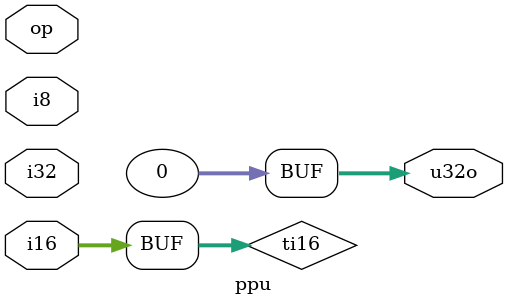
<source format=sv>



module ppu(i8,i16,i32,u32o,op);
	input logic signed[7:0] i8;
	input logic signed[15:0] i16;
	input logic signed[31:0] i32;
	input logic[7:0] op;
	output logic signed[31:0] u32o;
	logic signed[7:0] f_p8o,fx16_p8o,p160_p8o;
	logic signed[15:0] f_p16o,f_p161o,p8_fx16o,p8_p160o,p161_p160o,p160_p161o,ti16;
	logic signed[31:0] p8_fo,p16_fo,p161_fo;

	fp32_p8 _fp32_p8(.fp32(i32),.p8(f_p8o));
	fp32_p160 _fp32_p160(.fp32(i32),.p16(f_p16o));
	fp32_p161 _fp32_p161(.fp32(i32),.p16(f_p161o));

	p8_fp32 _p8_fp32(.p8(i8),.fp32(p8_fo));
	p160_fp32 _p160_fp32(.p16(i16),.fp32(p16_fo));
	p161_fp32 _p161_fp32(.p16(i16),.fp32(p161_fo));

	fx16_p8 _fx16_p8(.fx16(i16),.p8(fx16_p8o));
	p8_fx16 _p8_fx16(.fx16(p8_fx16o),.p8(i8));
	
	p8_p160 _p8_p160(.p8(i8),.p160(p8_p160o));
	p160_p8 _p160_p8(.p160(i16),.p8(p160_p8o));
	p161_p160 _p161_p160(.p161(i16),.p160(p161_p160o));
	
	p160_p161 _p160_p161(.p160(ti16),.p161(p160_p161o));
	
	always @(*) begin
		case(op)
			// FCVTP8P161[3:0]:	ti16 = {8'b0,i8} << 8;
         	default: 			ti16 = i16; 		
        endcase

        case(op)
			// FCVTSP8: 		u32o = f_p8o;
			// FCVTSP160: 		u32o = f_p16o;
			// FCVTSP161: 		u32o = f_p161o;
			// FCVTP8S: 		u32o = p8_fo;
			// FCVTP160S: 		u32o = p16_fo;
			// FCVTP161S: 		u32o = p161_fo;
			// FXCVTHP8: 		u32o = fx16_p8o;
			// FXCVTP8H: 		u32o = p8_fx16o;
			// FCVTP8P160: 	u32o = p8_p160o;
			// FCVTP160P8: 	u32o = p160_p8o;
			// FCVTP8P161: 	u32o = p160_p161o;
			// FCVTP161P8: 	u32o = (p161_p160o >> 8);
			// FCVTP160P161: 	u32o = p160_p161o;
			// FCVTP161P160: 	u32o = p161_p160o; 		
          default: 			u32o = 0; 		
        endcase
	end
endmodule

</source>
